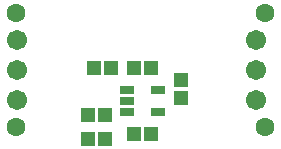
<source format=gts>
G75*
%MOIN*%
%OFA0B0*%
%FSLAX25Y25*%
%IPPOS*%
%LPD*%
%AMOC8*
5,1,8,0,0,1.08239X$1,22.5*
%
%ADD10R,0.04540X0.04540*%
%ADD11C,0.06737*%
%ADD12C,0.06312*%
%ADD13R,0.04934X0.03162*%
D10*
X0038736Y0019173D03*
X0044445Y0019173D03*
X0054091Y0020748D03*
X0059799Y0020748D03*
X0069937Y0032854D03*
X0069937Y0038563D03*
X0059799Y0042795D03*
X0054091Y0042795D03*
X0046413Y0042795D03*
X0040705Y0042795D03*
X0038736Y0027047D03*
X0044445Y0027047D03*
D11*
X0015079Y0032118D03*
X0015079Y0042157D03*
X0015079Y0052197D03*
X0094646Y0052197D03*
X0094646Y0042157D03*
X0094646Y0032118D03*
D12*
X0014843Y0023181D03*
X0014843Y0061134D03*
X0097913Y0061134D03*
X0097913Y0023181D03*
D13*
X0062260Y0028031D03*
X0062260Y0035512D03*
X0051630Y0035512D03*
X0051630Y0031772D03*
X0051630Y0028031D03*
M02*

</source>
